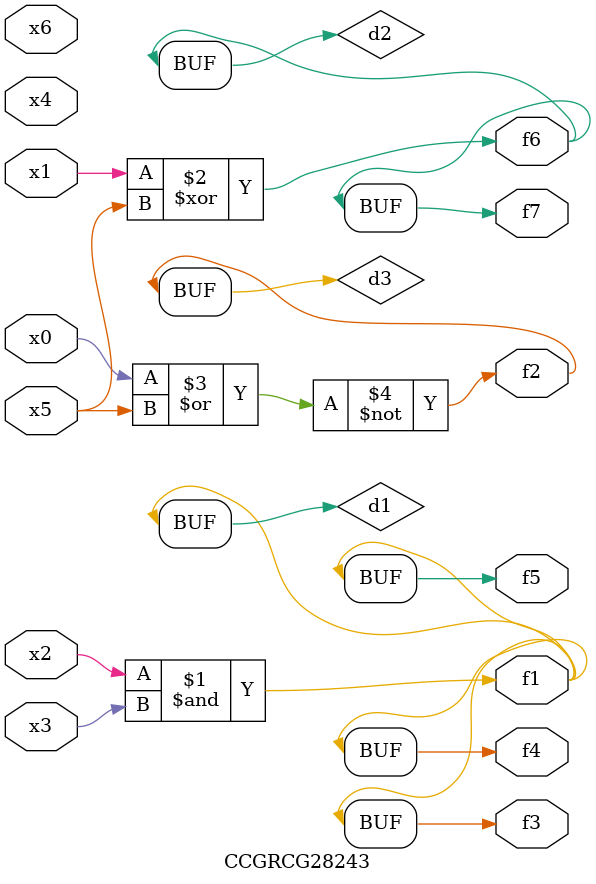
<source format=v>
module CCGRCG28243(
	input x0, x1, x2, x3, x4, x5, x6,
	output f1, f2, f3, f4, f5, f6, f7
);

	wire d1, d2, d3;

	and (d1, x2, x3);
	xor (d2, x1, x5);
	nor (d3, x0, x5);
	assign f1 = d1;
	assign f2 = d3;
	assign f3 = d1;
	assign f4 = d1;
	assign f5 = d1;
	assign f6 = d2;
	assign f7 = d2;
endmodule

</source>
